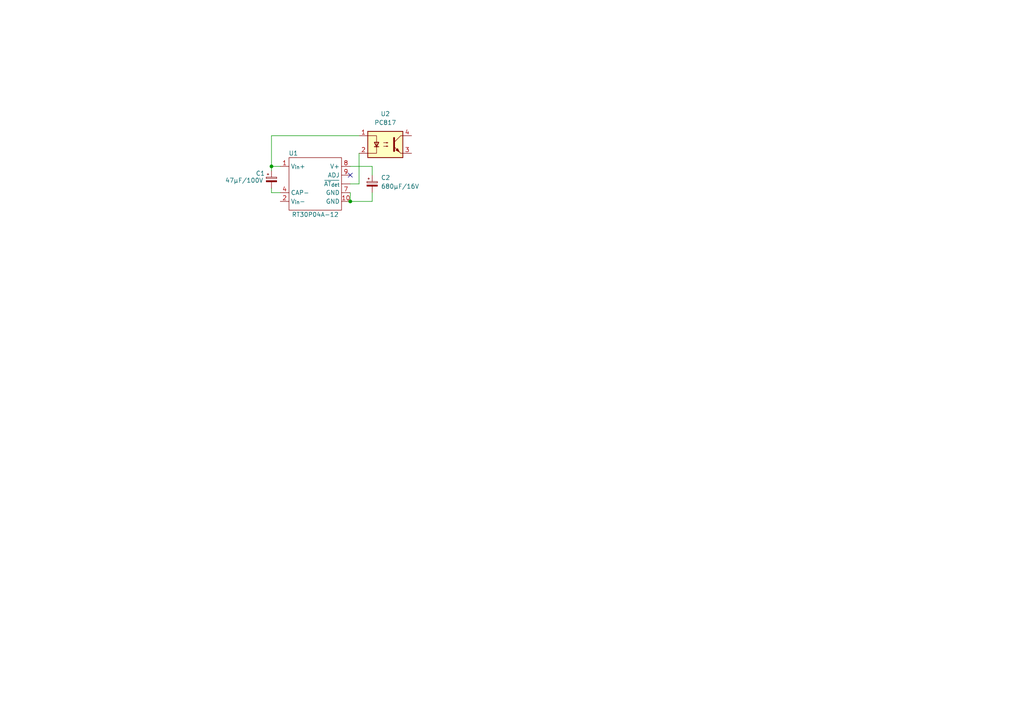
<source format=kicad_sch>
(kicad_sch (version 20250114) (generator "eeschema") (generator_version "9.0")
  (paper "A4")
  (lib_symbols
    (symbol "Device:C_Polarized_Small" (pin_numbers (hide yes)) (pin_names (offset 0.254) (hide yes))
      (property "Reference" "C" (at 0.254 1.778 0))
      (property "Value" "C_Polarized_Small" (at 0.254 -2.032 0))
      (symbol "C_Polarized_Small_0_1"
        (rectangle (start -1.524 0.6858) (end 1.524 0.3048))
        (rectangle (start -1.524 -0.3048) (end 1.524 -0.6858) (fill (type outline)))
        (polyline (pts (xy -1.27 1.524) (xy -0.762 1.524)))
        (polyline (pts (xy -1.016 1.27) (xy -1.016 1.778)))
      )
      (symbol "C_Polarized_Small_1_1"
        (pin passive line (at 0 2.54 270) (length 1.8542) (name "~") (number "1"))
        (pin passive line (at 0 -2.54 90) (length 1.8542) (name "~") (number "2"))
      )
    )
    (symbol "Isolator:PC817" (pin_names (offset 1.016))
      (property "Reference" "U" (at -5.08 5.08 0))
      (property "Value" "PC817" (at 0 5.08 0))
      (symbol "PC817_0_1"
        (rectangle (start -5.08 3.81) (end 5.08 -3.81) (stroke (width 0.254)) (fill (type background)))
        (polyline (pts (xy -5.08 2.54) (xy -2.54 2.54) (xy -2.54 -0.635)))
        (polyline (pts (xy -3.175 -0.635) (xy -1.905 -0.635)) (stroke (width 0.254)))
        (polyline (pts (xy -2.54 -0.635) (xy -2.54 -2.54) (xy -5.08 -2.54)))
        (polyline (pts (xy -2.54 -0.635) (xy -3.175 0.635) (xy -1.905 0.635) (xy -2.54 -0.635)) (stroke (width 0.254)))
        (polyline (pts (xy -0.508 0.508) (xy 0.762 0.508) (xy 0.381 0.381) (xy 0.381 0.635) (xy 0.762 0.508)))
        (polyline (pts (xy -0.508 -0.508) (xy 0.762 -0.508) (xy 0.381 -0.635) (xy 0.381 -0.381) (xy 0.762 -0.508)))
        (polyline (pts (xy 2.54 1.905) (xy 2.54 -1.905) (xy 2.54 -1.905)) (stroke (width 0.508)))
        (polyline (pts (xy 2.54 0.635) (xy 4.445 2.54)))
        (polyline (pts (xy 3.048 -1.651) (xy 3.556 -1.143) (xy 4.064 -2.159) (xy 3.048 -1.651) (xy 3.048 -1.651)) (fill (type outline)))
        (polyline (pts (xy 4.445 2.54) (xy 5.08 2.54)))
        (polyline (pts (xy 4.445 -2.54) (xy 2.54 -0.635)) (fill (type outline)))
        (polyline (pts (xy 4.445 -2.54) (xy 5.08 -2.54)))
      )
      (symbol "PC817_1_1"
        (pin passive line (at -7.62 2.54 0) (length 2.54) (name "~") (number "1"))
        (pin passive line (at -7.62 -2.54 0) (length 2.54) (name "~") (number "2"))
        (pin passive line (at 7.62 2.54 180) (length 2.54) (name "~") (number "4"))
        (pin passive line (at 7.62 -2.54 180) (length 2.54) (name "~") (number "3"))
      )
    )
    (symbol "mpair:RT30P04A"
      (property "Reference" "U?" (at 0 0 0))
      (property "Value" "RT30P04A" (at 0 0 0))
      (symbol "RT30P04A_0_1"
        (rectangle (start -7.62 7.62) (end 7.62 -7.62))
      )
      (symbol "RT30P04A_1_1"
        (pin power_in line (at -10.16 5.08 0) (length 2.54) (name "V_{in}+") (number "1"))
        (pin no_connect line (at -10.16 2.54 0) (length 2.54) (hide yes) (name "NC") (number "5"))
        (pin no_connect line (at -10.16 0 0) (length 2.54) (hide yes) (name "NC") (number "6"))
        (pin passive line (at -10.16 -2.54 0) (length 2.54) (name "CAP-") (number "4"))
        (pin power_in line (at -10.16 -5.08 0) (length 2.54) (name "V_{in}-") (number "2"))
        (pin power_out line (at 10.16 5.08 180) (length 2.54) (name "V+") (number "8"))
        (pin passive line (at 10.16 2.54 180) (length 2.54) (name "ADJ") (number "9"))
        (pin output line (at 10.16 0 180) (length 2.54) (name "~{AT_{det}}") (number ""))
        (pin power_out line (at 10.16 -2.54 180) (length 2.54) (name "GND") (number "7"))
        (pin power_out line (at 10.16 -5.08 180) (length 2.54) (name "GND") (number "10"))
      )
    )
  )
  (junction (at 101.6 58.42))
  (junction (at 78.74 48.26))
  (no_connect (at 101.6 50.8))
  (wire (pts (xy 104.14 53.34) (xy 104.14 44.45)))
  (wire (pts (xy 78.74 49.53) (xy 78.74 48.26)))
  (wire (pts (xy 78.74 39.37) (xy 104.14 39.37)))
  (wire (pts (xy 78.74 48.26) (xy 78.74 39.37)))
  (wire (pts (xy 107.95 58.42) (xy 107.95 55.88)))
  (wire (pts (xy 81.28 55.88) (xy 78.74 55.88)))
  (wire (pts (xy 101.6 58.42) (xy 107.95 58.42)))
  (wire (pts (xy 81.28 48.26) (xy 78.74 48.26)))
  (wire (pts (xy 78.74 55.88) (xy 78.74 54.61)))
  (wire (pts (xy 107.95 48.26) (xy 107.95 50.8)))
  (wire (pts (xy 101.6 53.34) (xy 104.14 53.34)))
  (wire (pts (xy 101.6 48.26) (xy 107.95 48.26)))
  (wire (pts (xy 101.6 55.88) (xy 101.6 58.42)))
  (symbol (lib_id "mpair:RT30P04A") (at 91.44 53.34 0) (unit 1)
    (property "Reference" "U1" (at 85.09 44.45 0))
    (property "Value" "RT30P04A-12" (at 91.44 62.23 0))
    (property "Footprint" "RT30P04A" (effects (hide yes)))
    (property "Datasheet" "https://www.r-tone.com/product/262.html" (effects (hide yes)))
  )
  (symbol (lib_id "Device:C_Polarized_Small") (at 107.95 53.34 0) (unit 1)
    (property "Reference" "C2" (at 110.49 51.5238 0) (effects (justify left)))
    (property "Value" "680µF/16V" (at 110.49 54.0638 0) (effects (justify left)))
    (property "Description" "Polarized capacitor, small symbol" (effects (hide yes)))
  )
  (symbol (lib_id "Isolator:PC817") (at 111.76 41.91 0) (unit 1)
    (property "Reference" "U2" (at 111.76 33.02 0))
    (property "Value" "PC817" (at 111.76 35.56 0))
    (property "Footprint" "Package_SO:SOP-4_3.8x4.1mm_P2.54mm" (effects (hide yes)))
    (property "Datasheet" "http://www.soselectronic.cz/a_info/resource/d/pc817.pdf" (effects (hide yes)))
    (property "Description" "DC Optocoupler, Vce 35V, CTR 50-300%, DIP-4" (effects (hide yes)))
  )
  (symbol (lib_id "Device:C_Polarized_Small") (at 78.74 52.07 0) (unit 1)
    (property "Reference" "C1" (at 74.168 50.292 0) (effects (justify left)))
    (property "Value" "47µF/100V" (at 65.278 52.324 0) (effects (justify left)))
    (property "Description" "Polarized capacitor, small symbol" (effects (hide yes)))
  )
)
</source>
